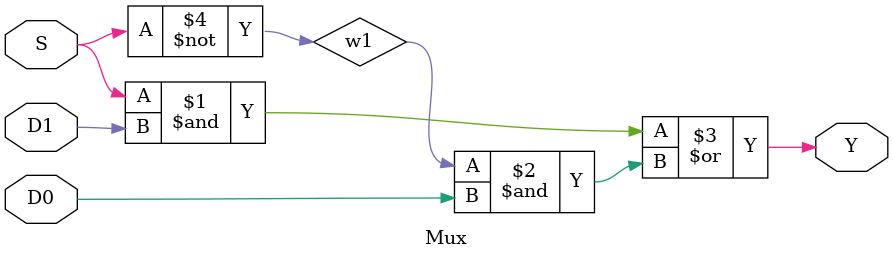
<source format=v>
module Mux (S,D0,D1,Y);
    input S , D0 , D1;
    output Y;
    wire w1;

    not not1(w1,S);
    assign Y = (S & D1) | (w1 & D0);
    
endmodule
</source>
